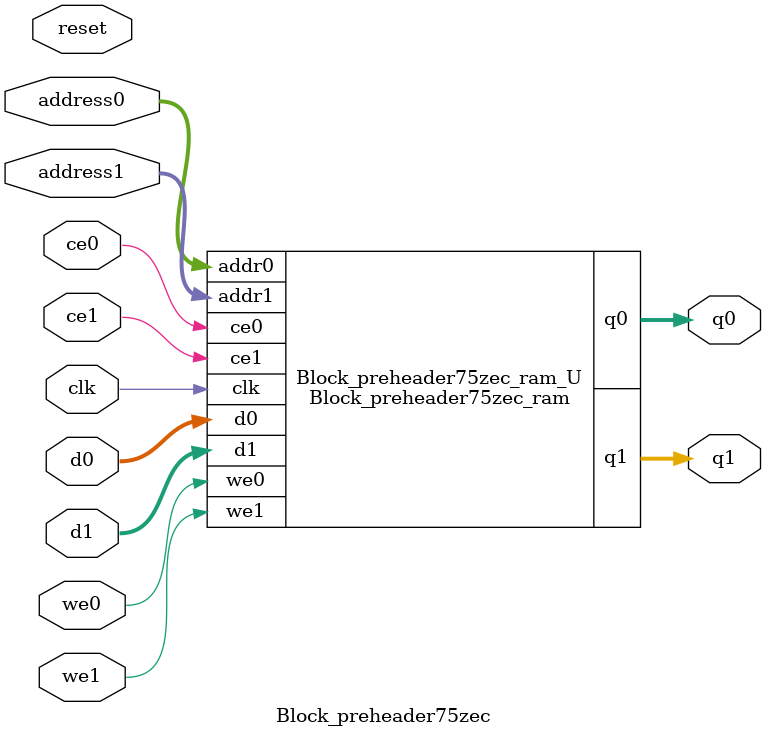
<source format=v>
`timescale 1 ns / 1 ps
module Block_preheader75zec_ram (addr0, ce0, d0, we0, q0, addr1, ce1, d1, we1, q1,  clk);

parameter DWIDTH = 5;
parameter AWIDTH = 13;
parameter MEM_SIZE = 7776;

input[AWIDTH-1:0] addr0;
input ce0;
input[DWIDTH-1:0] d0;
input we0;
output reg[DWIDTH-1:0] q0;
input[AWIDTH-1:0] addr1;
input ce1;
input[DWIDTH-1:0] d1;
input we1;
output reg[DWIDTH-1:0] q1;
input clk;

(* ram_style = "block" *)reg [DWIDTH-1:0] ram[0:MEM_SIZE-1];




always @(posedge clk)  
begin 
    if (ce0) begin
        if (we0) 
            ram[addr0] <= d0; 
        q0 <= ram[addr0];
    end
end


always @(posedge clk)  
begin 
    if (ce1) begin
        if (we1) 
            ram[addr1] <= d1; 
        q1 <= ram[addr1];
    end
end


endmodule

`timescale 1 ns / 1 ps
module Block_preheader75zec(
    reset,
    clk,
    address0,
    ce0,
    we0,
    d0,
    q0,
    address1,
    ce1,
    we1,
    d1,
    q1);

parameter DataWidth = 32'd5;
parameter AddressRange = 32'd7776;
parameter AddressWidth = 32'd13;
input reset;
input clk;
input[AddressWidth - 1:0] address0;
input ce0;
input we0;
input[DataWidth - 1:0] d0;
output[DataWidth - 1:0] q0;
input[AddressWidth - 1:0] address1;
input ce1;
input we1;
input[DataWidth - 1:0] d1;
output[DataWidth - 1:0] q1;



Block_preheader75zec_ram Block_preheader75zec_ram_U(
    .clk( clk ),
    .addr0( address0 ),
    .ce0( ce0 ),
    .we0( we0 ),
    .d0( d0 ),
    .q0( q0 ),
    .addr1( address1 ),
    .ce1( ce1 ),
    .we1( we1 ),
    .d1( d1 ),
    .q1( q1 ));

endmodule


</source>
